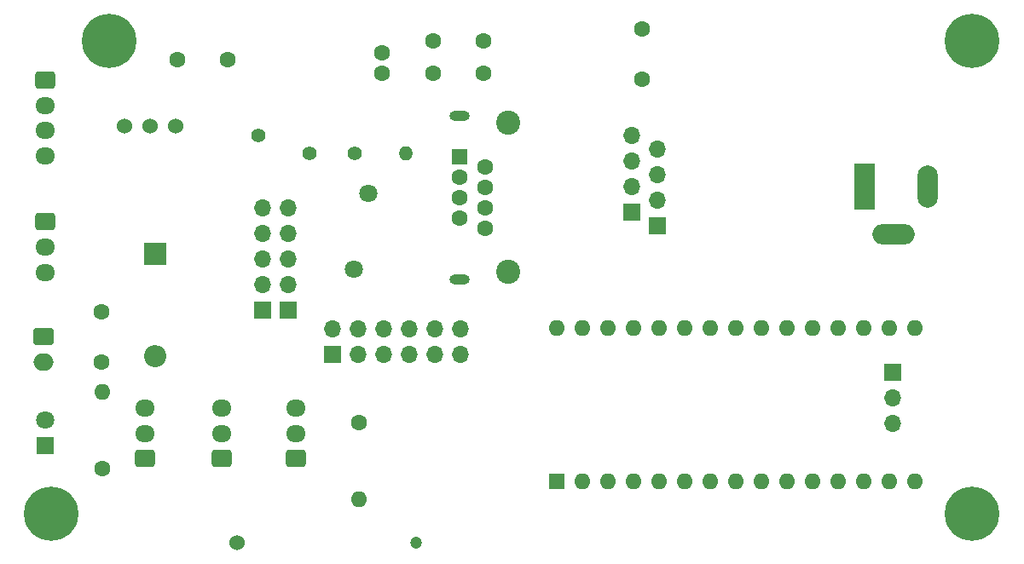
<source format=gbr>
%TF.GenerationSoftware,KiCad,Pcbnew,8.0.9-8.0.9-0~ubuntu22.04.1*%
%TF.CreationDate,2025-03-09T15:02:26+09:00*%
%TF.ProjectId,M302N,4d333032-4e2e-46b6-9963-61645f706362,rev?*%
%TF.SameCoordinates,Original*%
%TF.FileFunction,Soldermask,Bot*%
%TF.FilePolarity,Negative*%
%FSLAX46Y46*%
G04 Gerber Fmt 4.6, Leading zero omitted, Abs format (unit mm)*
G04 Created by KiCad (PCBNEW 8.0.9-8.0.9-0~ubuntu22.04.1) date 2025-03-09 15:02:26*
%MOMM*%
%LPD*%
G01*
G04 APERTURE LIST*
G04 Aperture macros list*
%AMRoundRect*
0 Rectangle with rounded corners*
0 $1 Rounding radius*
0 $2 $3 $4 $5 $6 $7 $8 $9 X,Y pos of 4 corners*
0 Add a 4 corners polygon primitive as box body*
4,1,4,$2,$3,$4,$5,$6,$7,$8,$9,$2,$3,0*
0 Add four circle primitives for the rounded corners*
1,1,$1+$1,$2,$3*
1,1,$1+$1,$4,$5*
1,1,$1+$1,$6,$7*
1,1,$1+$1,$8,$9*
0 Add four rect primitives between the rounded corners*
20,1,$1+$1,$2,$3,$4,$5,0*
20,1,$1+$1,$4,$5,$6,$7,0*
20,1,$1+$1,$6,$7,$8,$9,0*
20,1,$1+$1,$8,$9,$2,$3,0*%
G04 Aperture macros list end*
%ADD10R,1.700000X1.700000*%
%ADD11O,1.700000X1.700000*%
%ADD12O,2.000000X1.000000*%
%ADD13C,2.400000*%
%ADD14R,1.600000X1.600000*%
%ADD15C,1.600000*%
%ADD16RoundRect,0.250000X0.725000X-0.600000X0.725000X0.600000X-0.725000X0.600000X-0.725000X-0.600000X0*%
%ADD17O,1.950000X1.700000*%
%ADD18C,1.400000*%
%ADD19O,1.600000X1.600000*%
%ADD20C,5.400000*%
%ADD21C,1.524000*%
%ADD22C,1.200000*%
%ADD23RoundRect,0.250000X-0.750000X0.600000X-0.750000X-0.600000X0.750000X-0.600000X0.750000X0.600000X0*%
%ADD24O,2.000000X1.700000*%
%ADD25RoundRect,0.250000X-0.725000X0.600000X-0.725000X-0.600000X0.725000X-0.600000X0.725000X0.600000X0*%
%ADD26R,2.200000X2.200000*%
%ADD27O,2.200000X2.200000*%
%ADD28C,1.800000*%
%ADD29R,1.800000X1.800000*%
%ADD30O,1.400000X1.400000*%
%ADD31R,2.000000X4.600000*%
%ADD32O,2.000000X4.200000*%
%ADD33O,4.200000X2.000000*%
G04 APERTURE END LIST*
D10*
%TO.C,J18*%
X135680000Y-81229200D03*
D11*
X135680000Y-78689200D03*
X135680000Y-76149200D03*
X135680000Y-73609200D03*
%TD*%
D10*
%TO.C,J13*%
X99060000Y-89662000D03*
D11*
X99060000Y-87122000D03*
X99060000Y-84582000D03*
X99060000Y-82042000D03*
X99060000Y-79502000D03*
%TD*%
D12*
%TO.C,J11*%
X116064000Y-86577000D03*
D13*
X120904000Y-85852000D03*
X120904000Y-71052000D03*
D12*
X116064000Y-70327000D03*
D14*
X116064000Y-74372000D03*
D15*
X118604000Y-75392000D03*
X116064000Y-76412000D03*
X118604000Y-77432000D03*
X116064000Y-78452000D03*
X118604000Y-79472000D03*
X116064000Y-80492000D03*
X118604000Y-81512000D03*
%TD*%
D16*
%TO.C,J8*%
X84836000Y-104394000D03*
D17*
X84836000Y-101894000D03*
X84836000Y-99394000D03*
%TD*%
D16*
%TO.C,J10*%
X99822000Y-104394000D03*
D17*
X99822000Y-101894000D03*
X99822000Y-99394000D03*
%TD*%
D15*
%TO.C,C2*%
X118465600Y-62915800D03*
X113465600Y-62915800D03*
%TD*%
D18*
%TO.C,F1*%
X96119000Y-72252000D03*
X101219000Y-74052000D03*
%TD*%
D15*
%TO.C,R1*%
X80645000Y-105410000D03*
D19*
X80645000Y-97790000D03*
%TD*%
D20*
%TO.C,REF\u002A\u002A*%
X75565000Y-109855000D03*
%TD*%
D21*
%TO.C,SW1*%
X93980000Y-112776000D03*
D22*
X111760000Y-112776000D03*
%TD*%
D10*
%TO.C,J19*%
X133140000Y-79883000D03*
D11*
X133140000Y-77343000D03*
X133140000Y-74803000D03*
X133140000Y-72263000D03*
%TD*%
D23*
%TO.C,J12*%
X74782000Y-92269000D03*
D24*
X74782000Y-94769000D03*
%TD*%
D14*
%TO.C,A1*%
X125730000Y-106680000D03*
D19*
X128270000Y-106680000D03*
X130810000Y-106680000D03*
X133350000Y-106680000D03*
X135890000Y-106680000D03*
X138430000Y-106680000D03*
X140970000Y-106680000D03*
X143510000Y-106680000D03*
X146050000Y-106680000D03*
X148590000Y-106680000D03*
X151130000Y-106680000D03*
X153670000Y-106680000D03*
X156210000Y-106680000D03*
X158750000Y-106680000D03*
X161290000Y-106680000D03*
X161290000Y-91440000D03*
X158750000Y-91440000D03*
X156210000Y-91440000D03*
X153670000Y-91440000D03*
X151130000Y-91440000D03*
X148590000Y-91440000D03*
X146050000Y-91440000D03*
X143510000Y-91440000D03*
X140970000Y-91440000D03*
X138430000Y-91440000D03*
X135890000Y-91440000D03*
X133350000Y-91440000D03*
X130810000Y-91440000D03*
X128270000Y-91440000D03*
X125730000Y-91440000D03*
%TD*%
D15*
%TO.C,C4*%
X80518000Y-94782000D03*
X80518000Y-89782000D03*
%TD*%
D20*
%TO.C,REF\u002A\u002A*%
X81280000Y-62865000D03*
%TD*%
D10*
%TO.C,J3*%
X103479600Y-94030800D03*
D11*
X103479600Y-91490800D03*
X106019600Y-94030800D03*
X106019600Y-91490800D03*
X108559600Y-94030800D03*
X108559600Y-91490800D03*
X111099600Y-94030800D03*
X111099600Y-91490800D03*
X113639600Y-94030800D03*
X113639600Y-91490800D03*
X116179600Y-94030800D03*
X116179600Y-91490800D03*
%TD*%
D16*
%TO.C,J9*%
X92456000Y-104394000D03*
D17*
X92456000Y-101894000D03*
X92456000Y-99394000D03*
%TD*%
D25*
%TO.C,J4*%
X74930000Y-66802000D03*
D17*
X74930000Y-69302000D03*
X74930000Y-71802000D03*
X74930000Y-74302000D03*
%TD*%
D15*
%TO.C,C5*%
X134239000Y-61675000D03*
X134239000Y-66675000D03*
%TD*%
%TO.C,R2*%
X106070400Y-100838000D03*
D19*
X106070400Y-108458000D03*
%TD*%
D26*
%TO.C,D3*%
X85852000Y-84074000D03*
D27*
X85852000Y-94234000D03*
%TD*%
D28*
%TO.C,R3*%
X105599000Y-85538000D03*
X107000000Y-78038000D03*
%TD*%
D21*
%TO.C,FL1*%
X87884000Y-71374000D03*
X85344000Y-71374000D03*
X82804000Y-71374000D03*
%TD*%
D15*
%TO.C,C3*%
X118491000Y-66116200D03*
X113491000Y-66116200D03*
%TD*%
D20*
%TO.C,REF\u002A\u002A*%
X167005000Y-62865000D03*
%TD*%
D29*
%TO.C,D2*%
X74930000Y-103124000D03*
D28*
X74930000Y-100584000D03*
%TD*%
D18*
%TO.C,D1*%
X105664000Y-74041000D03*
D30*
X110744000Y-74041000D03*
%TD*%
D10*
%TO.C,J14*%
X96520000Y-89662000D03*
D11*
X96520000Y-87122000D03*
X96520000Y-84582000D03*
X96520000Y-82042000D03*
X96520000Y-79502000D03*
%TD*%
D25*
%TO.C,J5*%
X74909000Y-80879000D03*
D17*
X74909000Y-83379000D03*
X74909000Y-85879000D03*
%TD*%
D15*
%TO.C,C6*%
X88051000Y-64770000D03*
X93051000Y-64770000D03*
%TD*%
%TO.C,C1*%
X108356400Y-66090800D03*
X108356400Y-64090800D03*
%TD*%
D20*
%TO.C,REF\u002A\u002A*%
X167005000Y-109855000D03*
%TD*%
D31*
%TO.C,J1*%
X156260000Y-77343600D03*
D32*
X162560000Y-77343600D03*
D33*
X159160000Y-82143600D03*
%TD*%
D10*
%TO.C,J2*%
X159054800Y-95834200D03*
D11*
X159054800Y-98374200D03*
X159054800Y-100914200D03*
%TD*%
M02*

</source>
